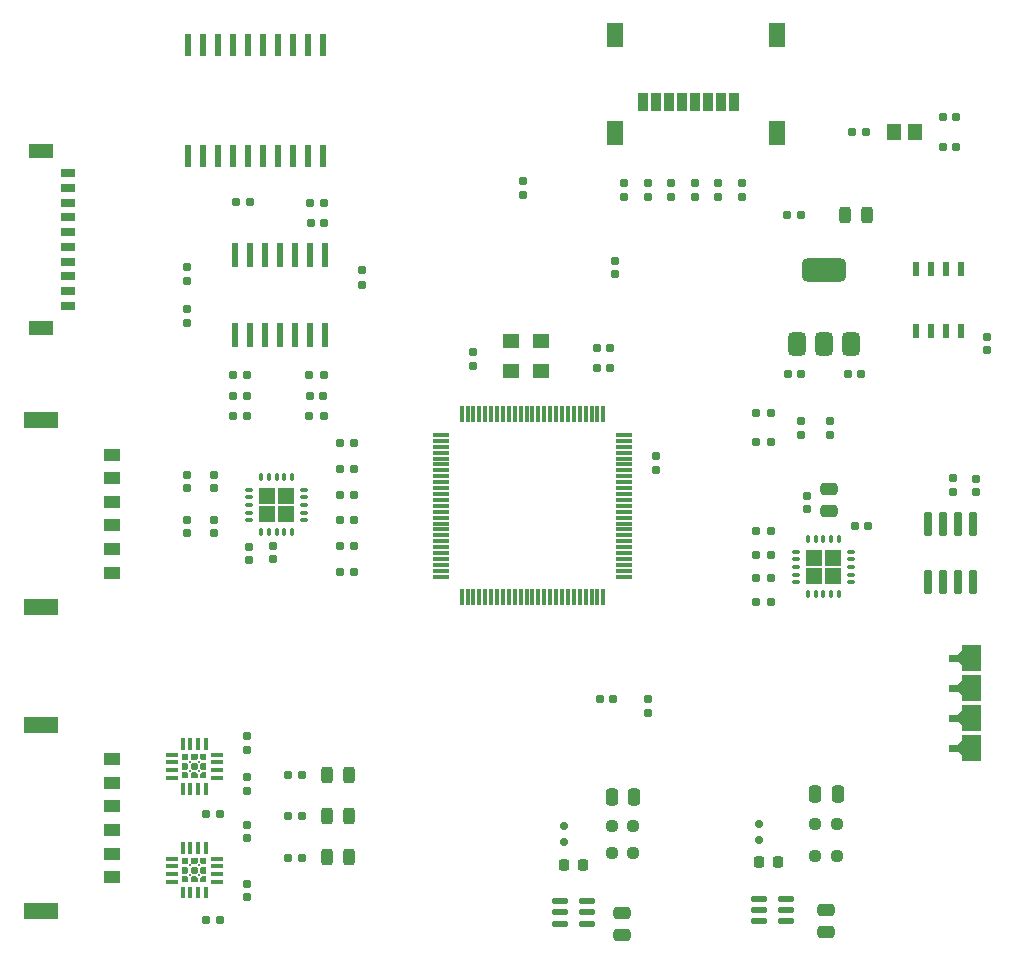
<source format=gbr>
%TF.GenerationSoftware,KiCad,Pcbnew,8.0.7*%
%TF.CreationDate,2025-02-06T16:30:48-03:00*%
%TF.ProjectId,adcs_board,61646373-5f62-46f6-9172-642e6b696361,1.0*%
%TF.SameCoordinates,Original*%
%TF.FileFunction,Paste,Top*%
%TF.FilePolarity,Positive*%
%FSLAX46Y46*%
G04 Gerber Fmt 4.6, Leading zero omitted, Abs format (unit mm)*
G04 Created by KiCad (PCBNEW 8.0.7) date 2025-02-06 16:30:48*
%MOMM*%
%LPD*%
G01*
G04 APERTURE LIST*
G04 Aperture macros list*
%AMRoundRect*
0 Rectangle with rounded corners*
0 $1 Rounding radius*
0 $2 $3 $4 $5 $6 $7 $8 $9 X,Y pos of 4 corners*
0 Add a 4 corners polygon primitive as box body*
4,1,4,$2,$3,$4,$5,$6,$7,$8,$9,$2,$3,0*
0 Add four circle primitives for the rounded corners*
1,1,$1+$1,$2,$3*
1,1,$1+$1,$4,$5*
1,1,$1+$1,$6,$7*
1,1,$1+$1,$8,$9*
0 Add four rect primitives between the rounded corners*
20,1,$1+$1,$2,$3,$4,$5,0*
20,1,$1+$1,$4,$5,$6,$7,0*
20,1,$1+$1,$6,$7,$8,$9,0*
20,1,$1+$1,$8,$9,$2,$3,0*%
G04 Aperture macros list end*
%ADD10C,0.000000*%
%ADD11C,0.010000*%
%ADD12RoundRect,0.160000X0.197500X0.160000X-0.197500X0.160000X-0.197500X-0.160000X0.197500X-0.160000X0*%
%ADD13RoundRect,0.155000X0.155000X-0.212500X0.155000X0.212500X-0.155000X0.212500X-0.155000X-0.212500X0*%
%ADD14RoundRect,0.155000X-0.212500X-0.155000X0.212500X-0.155000X0.212500X0.155000X-0.212500X0.155000X0*%
%ADD15RoundRect,0.243750X0.243750X0.456250X-0.243750X0.456250X-0.243750X-0.456250X0.243750X-0.456250X0*%
%ADD16RoundRect,0.160000X-0.160000X0.197500X-0.160000X-0.197500X0.160000X-0.197500X0.160000X0.197500X0*%
%ADD17RoundRect,0.155000X0.212500X0.155000X-0.212500X0.155000X-0.212500X-0.155000X0.212500X-0.155000X0*%
%ADD18RoundRect,0.160000X-0.197500X-0.160000X0.197500X-0.160000X0.197500X0.160000X-0.197500X0.160000X0*%
%ADD19RoundRect,0.160000X0.160000X-0.197500X0.160000X0.197500X-0.160000X0.197500X-0.160000X-0.197500X0*%
%ADD20RoundRect,0.155000X-0.155000X0.212500X-0.155000X-0.212500X0.155000X-0.212500X0.155000X0.212500X0*%
%ADD21RoundRect,0.250000X-0.475000X0.250000X-0.475000X-0.250000X0.475000X-0.250000X0.475000X0.250000X0*%
%ADD22RoundRect,0.250000X-0.250000X-0.475000X0.250000X-0.475000X0.250000X0.475000X-0.250000X0.475000X0*%
%ADD23R,0.508000X1.257300*%
%ADD24R,0.812800X1.498600*%
%ADD25R,1.447800X2.006600*%
%ADD26O,0.750001X0.299999*%
%ADD27O,0.299999X0.750001*%
%ADD28RoundRect,0.147500X-0.537500X-0.147500X0.537500X-0.147500X0.537500X0.147500X-0.537500X0.147500X0*%
%ADD29RoundRect,0.218750X0.218750X0.256250X-0.218750X0.256250X-0.218750X-0.256250X0.218750X-0.256250X0*%
%ADD30R,0.533400X1.930400*%
%ADD31RoundRect,0.375000X0.375000X-0.625000X0.375000X0.625000X-0.375000X0.625000X-0.375000X-0.625000X0*%
%ADD32RoundRect,0.500000X1.400000X-0.500000X1.400000X0.500000X-1.400000X0.500000X-1.400000X-0.500000X0*%
%ADD33R,1.168400X1.447800*%
%ADD34R,1.450000X1.100000*%
%ADD35R,2.900000X1.350000*%
%ADD36RoundRect,0.075000X0.225000X-0.910000X0.225000X0.910000X-0.225000X0.910000X-0.225000X-0.910000X0*%
%ADD37RoundRect,0.250000X0.475000X-0.250000X0.475000X0.250000X-0.475000X0.250000X-0.475000X-0.250000X0*%
%ADD38RoundRect,0.150000X0.200000X-0.150000X0.200000X0.150000X-0.200000X0.150000X-0.200000X-0.150000X0*%
%ADD39R,0.558800X2.159000*%
%ADD40RoundRect,0.237500X-0.250000X-0.237500X0.250000X-0.237500X0.250000X0.237500X-0.250000X0.237500X0*%
%ADD41RoundRect,0.243750X-0.243750X-0.456250X0.243750X-0.456250X0.243750X0.456250X-0.243750X0.456250X0*%
%ADD42RoundRect,0.237500X0.250000X0.237500X-0.250000X0.237500X-0.250000X-0.237500X0.250000X-0.237500X0*%
%ADD43R,0.300000X1.475000*%
%ADD44R,1.475000X0.300000*%
%ADD45R,1.447800X1.244600*%
%ADD46C,0.300000*%
%ADD47R,1.200000X0.800000*%
%ADD48R,2.150000X1.300000*%
G04 APERTURE END LIST*
D10*
%TO.C,U23*%
G36*
X158074999Y-98000003D02*
G01*
X156706998Y-98000003D01*
X156706998Y-96632002D01*
X158074999Y-96632002D01*
X158074999Y-98000003D01*
G37*
G36*
X158074999Y-99568001D02*
G01*
X156706998Y-99568001D01*
X156706998Y-98200000D01*
X158074999Y-98200000D01*
X158074999Y-99568001D01*
G37*
G36*
X159642997Y-98000003D02*
G01*
X158274996Y-98000003D01*
X158274996Y-96632002D01*
X159642997Y-96632002D01*
X159642997Y-98000003D01*
G37*
G36*
X159642997Y-99568001D02*
G01*
X158274996Y-99568001D01*
X158274996Y-98200000D01*
X159642997Y-98200000D01*
X159642997Y-99568001D01*
G37*
D11*
%TO.C,J8*%
X171427500Y-106872500D02*
X169887500Y-106872500D01*
X169887500Y-106412500D01*
X169572500Y-106047500D01*
X168812500Y-106047500D01*
X168812500Y-105537500D01*
X169572500Y-105537500D01*
X169887500Y-105172500D01*
X169887500Y-104712500D01*
X171427500Y-104712500D01*
X171427500Y-106872500D01*
G36*
X171427500Y-106872500D02*
G01*
X169887500Y-106872500D01*
X169887500Y-106412500D01*
X169572500Y-106047500D01*
X168812500Y-106047500D01*
X168812500Y-105537500D01*
X169572500Y-105537500D01*
X169887500Y-105172500D01*
X169887500Y-104712500D01*
X171427500Y-104712500D01*
X171427500Y-106872500D01*
G37*
X171427500Y-109412500D02*
X169887500Y-109412500D01*
X169887500Y-108952500D01*
X169572500Y-108587500D01*
X168812500Y-108587500D01*
X168812500Y-108077500D01*
X169572500Y-108077500D01*
X169887500Y-107712500D01*
X169887500Y-107252500D01*
X171427500Y-107252500D01*
X171427500Y-109412500D01*
G36*
X171427500Y-109412500D02*
G01*
X169887500Y-109412500D01*
X169887500Y-108952500D01*
X169572500Y-108587500D01*
X168812500Y-108587500D01*
X168812500Y-108077500D01*
X169572500Y-108077500D01*
X169887500Y-107712500D01*
X169887500Y-107252500D01*
X171427500Y-107252500D01*
X171427500Y-109412500D01*
G37*
X171427500Y-111952500D02*
X169887500Y-111952500D01*
X169887500Y-111492500D01*
X169572500Y-111127500D01*
X168812500Y-111127500D01*
X168812500Y-110617500D01*
X169572500Y-110617500D01*
X169887500Y-110252500D01*
X169887500Y-109792500D01*
X171427500Y-109792500D01*
X171427500Y-111952500D01*
G36*
X171427500Y-111952500D02*
G01*
X169887500Y-111952500D01*
X169887500Y-111492500D01*
X169572500Y-111127500D01*
X168812500Y-111127500D01*
X168812500Y-110617500D01*
X169572500Y-110617500D01*
X169887500Y-110252500D01*
X169887500Y-109792500D01*
X171427500Y-109792500D01*
X171427500Y-111952500D01*
G37*
X171427500Y-114492500D02*
X169887500Y-114492500D01*
X169887500Y-114032500D01*
X169572500Y-113667500D01*
X168812500Y-113667500D01*
X168812500Y-113157500D01*
X169572500Y-113157500D01*
X169887500Y-112792500D01*
X169887500Y-112332500D01*
X171427500Y-112332500D01*
X171427500Y-114492500D01*
G36*
X171427500Y-114492500D02*
G01*
X169887500Y-114492500D01*
X169887500Y-114032500D01*
X169572500Y-113667500D01*
X168812500Y-113667500D01*
X168812500Y-113157500D01*
X169572500Y-113157500D01*
X169887500Y-112792500D01*
X169887500Y-112332500D01*
X171427500Y-112332500D01*
X171427500Y-114492500D01*
G37*
D10*
%TO.C,U28*%
G36*
X111775004Y-92750001D02*
G01*
X110407003Y-92750001D01*
X110407003Y-91382000D01*
X111775004Y-91382000D01*
X111775004Y-92750001D01*
G37*
G36*
X111775004Y-94317999D02*
G01*
X110407003Y-94317999D01*
X110407003Y-92949998D01*
X111775004Y-92949998D01*
X111775004Y-94317999D01*
G37*
G36*
X113343002Y-92750001D02*
G01*
X111975001Y-92750001D01*
X111975001Y-91382000D01*
X113343002Y-91382000D01*
X113343002Y-92750001D01*
G37*
G36*
X113343002Y-94317999D02*
G01*
X111975001Y-94317999D01*
X111975001Y-92949998D01*
X113343002Y-92949998D01*
X113343002Y-94317999D01*
G37*
%TO.C,U31*%
G36*
X103492811Y-122974111D02*
G01*
X102494589Y-122974111D01*
X102494589Y-122625890D01*
X103492811Y-122625890D01*
X103492811Y-122974111D01*
G37*
G36*
X103492811Y-123624112D02*
G01*
X102494589Y-123624112D01*
X102494589Y-123275891D01*
X103492811Y-123275891D01*
X103492811Y-123624112D01*
G37*
G36*
X103492811Y-124274111D02*
G01*
X102494589Y-124274111D01*
X102494589Y-123925890D01*
X103492811Y-123925890D01*
X103492811Y-124274111D01*
G37*
G36*
X103492811Y-124924112D02*
G01*
X102494589Y-124924112D01*
X102494589Y-124575891D01*
X103492811Y-124575891D01*
X103492811Y-124924112D01*
G37*
G36*
X104092810Y-122374112D02*
G01*
X103744589Y-122374112D01*
X103744589Y-121375890D01*
X104092810Y-121375890D01*
X104092810Y-122374112D01*
G37*
G36*
X104092810Y-126174112D02*
G01*
X103744589Y-126174112D01*
X103744589Y-125175890D01*
X104092810Y-125175890D01*
X104092810Y-126174112D01*
G37*
G36*
X104742811Y-122374112D02*
G01*
X104394590Y-122374112D01*
X104394590Y-121375890D01*
X104742811Y-121375890D01*
X104742811Y-122374112D01*
G37*
G36*
X104742811Y-126174112D02*
G01*
X104394590Y-126174112D01*
X104394590Y-125175890D01*
X104742811Y-125175890D01*
X104742811Y-126174112D01*
G37*
G36*
X105392810Y-122374112D02*
G01*
X105044589Y-122374112D01*
X105044589Y-121375890D01*
X105392810Y-121375890D01*
X105392810Y-122374112D01*
G37*
G36*
X105392810Y-126174112D02*
G01*
X105044589Y-126174112D01*
X105044589Y-125175890D01*
X105392810Y-125175890D01*
X105392810Y-126174112D01*
G37*
G36*
X106042811Y-122374112D02*
G01*
X105694590Y-122374112D01*
X105694590Y-121375890D01*
X106042811Y-121375890D01*
X106042811Y-122374112D01*
G37*
G36*
X106042811Y-126174112D02*
G01*
X105694590Y-126174112D01*
X105694590Y-125175890D01*
X106042811Y-125175890D01*
X106042811Y-126174112D01*
G37*
G36*
X107292811Y-122974111D02*
G01*
X106294589Y-122974111D01*
X106294589Y-122625890D01*
X107292811Y-122625890D01*
X107292811Y-122974111D01*
G37*
G36*
X107292811Y-123624112D02*
G01*
X106294589Y-123624112D01*
X106294589Y-123275891D01*
X107292811Y-123275891D01*
X107292811Y-123624112D01*
G37*
G36*
X107292811Y-124274111D02*
G01*
X106294589Y-124274111D01*
X106294589Y-123925890D01*
X107292811Y-123925890D01*
X107292811Y-124274111D01*
G37*
G36*
X107292811Y-124924112D02*
G01*
X106294589Y-124924112D01*
X106294589Y-124575891D01*
X107292811Y-124575891D01*
X107292811Y-124924112D01*
G37*
G36*
X104400000Y-123139880D02*
G01*
X104258579Y-123281301D01*
X103868630Y-123281301D01*
X103868630Y-122749931D01*
X104400000Y-122749931D01*
X104400000Y-123139880D01*
G37*
G36*
X104400000Y-124410122D02*
G01*
X104400000Y-124800071D01*
X103868630Y-124800071D01*
X103868630Y-124268701D01*
X104258579Y-124268701D01*
X104400000Y-124410122D01*
G37*
G36*
X105918770Y-123281301D02*
G01*
X105528821Y-123281301D01*
X105387400Y-123139880D01*
X105387400Y-122749931D01*
X105918770Y-122749931D01*
X105918770Y-123281301D01*
G37*
G36*
X105918770Y-124800071D02*
G01*
X105387400Y-124800071D01*
X105387400Y-124410122D01*
X105528821Y-124268701D01*
X105918770Y-124268701D01*
X105918770Y-124800071D01*
G37*
G36*
X104400000Y-123622722D02*
G01*
X104400000Y-123927280D01*
X104258579Y-124068701D01*
X103868630Y-124068701D01*
X103868630Y-123481301D01*
X104258579Y-123481301D01*
X104400000Y-123622722D01*
G37*
G36*
X105187400Y-123139880D02*
G01*
X105045979Y-123281301D01*
X104741421Y-123281301D01*
X104600000Y-123139880D01*
X104600000Y-122749931D01*
X105187400Y-122749931D01*
X105187400Y-123139880D01*
G37*
G36*
X105187400Y-124410122D02*
G01*
X105187400Y-124800071D01*
X104600000Y-124800071D01*
X104600000Y-124410122D01*
X104741421Y-124268701D01*
X105045979Y-124268701D01*
X105187400Y-124410122D01*
G37*
G36*
X105918770Y-124068701D02*
G01*
X105528821Y-124068701D01*
X105387400Y-123927280D01*
X105387400Y-123622722D01*
X105528821Y-123481301D01*
X105918770Y-123481301D01*
X105918770Y-124068701D01*
G37*
G36*
X105187400Y-123622722D02*
G01*
X105187400Y-123927280D01*
X105045979Y-124068701D01*
X104741421Y-124068701D01*
X104600000Y-123927280D01*
X104600000Y-123622722D01*
X104741421Y-123481301D01*
X105045979Y-123481301D01*
X105187400Y-123622722D01*
G37*
%TO.C,U30*%
G36*
X103492811Y-114174109D02*
G01*
X102494589Y-114174109D01*
X102494589Y-113825888D01*
X103492811Y-113825888D01*
X103492811Y-114174109D01*
G37*
G36*
X103492811Y-114824110D02*
G01*
X102494589Y-114824110D01*
X102494589Y-114475889D01*
X103492811Y-114475889D01*
X103492811Y-114824110D01*
G37*
G36*
X103492811Y-115474109D02*
G01*
X102494589Y-115474109D01*
X102494589Y-115125888D01*
X103492811Y-115125888D01*
X103492811Y-115474109D01*
G37*
G36*
X103492811Y-116124110D02*
G01*
X102494589Y-116124110D01*
X102494589Y-115775889D01*
X103492811Y-115775889D01*
X103492811Y-116124110D01*
G37*
G36*
X104092810Y-113574110D02*
G01*
X103744589Y-113574110D01*
X103744589Y-112575888D01*
X104092810Y-112575888D01*
X104092810Y-113574110D01*
G37*
G36*
X104092810Y-117374110D02*
G01*
X103744589Y-117374110D01*
X103744589Y-116375888D01*
X104092810Y-116375888D01*
X104092810Y-117374110D01*
G37*
G36*
X104742811Y-113574110D02*
G01*
X104394590Y-113574110D01*
X104394590Y-112575888D01*
X104742811Y-112575888D01*
X104742811Y-113574110D01*
G37*
G36*
X104742811Y-117374110D02*
G01*
X104394590Y-117374110D01*
X104394590Y-116375888D01*
X104742811Y-116375888D01*
X104742811Y-117374110D01*
G37*
G36*
X105392810Y-113574110D02*
G01*
X105044589Y-113574110D01*
X105044589Y-112575888D01*
X105392810Y-112575888D01*
X105392810Y-113574110D01*
G37*
G36*
X105392810Y-117374110D02*
G01*
X105044589Y-117374110D01*
X105044589Y-116375888D01*
X105392810Y-116375888D01*
X105392810Y-117374110D01*
G37*
G36*
X106042811Y-113574110D02*
G01*
X105694590Y-113574110D01*
X105694590Y-112575888D01*
X106042811Y-112575888D01*
X106042811Y-113574110D01*
G37*
G36*
X106042811Y-117374110D02*
G01*
X105694590Y-117374110D01*
X105694590Y-116375888D01*
X106042811Y-116375888D01*
X106042811Y-117374110D01*
G37*
G36*
X107292811Y-114174109D02*
G01*
X106294589Y-114174109D01*
X106294589Y-113825888D01*
X107292811Y-113825888D01*
X107292811Y-114174109D01*
G37*
G36*
X107292811Y-114824110D02*
G01*
X106294589Y-114824110D01*
X106294589Y-114475889D01*
X107292811Y-114475889D01*
X107292811Y-114824110D01*
G37*
G36*
X107292811Y-115474109D02*
G01*
X106294589Y-115474109D01*
X106294589Y-115125888D01*
X107292811Y-115125888D01*
X107292811Y-115474109D01*
G37*
G36*
X107292811Y-116124110D02*
G01*
X106294589Y-116124110D01*
X106294589Y-115775889D01*
X107292811Y-115775889D01*
X107292811Y-116124110D01*
G37*
G36*
X104400000Y-114339878D02*
G01*
X104258579Y-114481299D01*
X103868630Y-114481299D01*
X103868630Y-113949929D01*
X104400000Y-113949929D01*
X104400000Y-114339878D01*
G37*
G36*
X104400000Y-115610120D02*
G01*
X104400000Y-116000069D01*
X103868630Y-116000069D01*
X103868630Y-115468699D01*
X104258579Y-115468699D01*
X104400000Y-115610120D01*
G37*
G36*
X105918770Y-114481299D02*
G01*
X105528821Y-114481299D01*
X105387400Y-114339878D01*
X105387400Y-113949929D01*
X105918770Y-113949929D01*
X105918770Y-114481299D01*
G37*
G36*
X105918770Y-116000069D02*
G01*
X105387400Y-116000069D01*
X105387400Y-115610120D01*
X105528821Y-115468699D01*
X105918770Y-115468699D01*
X105918770Y-116000069D01*
G37*
G36*
X104400000Y-114822720D02*
G01*
X104400000Y-115127278D01*
X104258579Y-115268699D01*
X103868630Y-115268699D01*
X103868630Y-114681299D01*
X104258579Y-114681299D01*
X104400000Y-114822720D01*
G37*
G36*
X105187400Y-114339878D02*
G01*
X105045979Y-114481299D01*
X104741421Y-114481299D01*
X104600000Y-114339878D01*
X104600000Y-113949929D01*
X105187400Y-113949929D01*
X105187400Y-114339878D01*
G37*
G36*
X105187400Y-115610120D02*
G01*
X105187400Y-116000069D01*
X104600000Y-116000069D01*
X104600000Y-115610120D01*
X104741421Y-115468699D01*
X105045979Y-115468699D01*
X105187400Y-115610120D01*
G37*
G36*
X105918770Y-115268699D02*
G01*
X105528821Y-115268699D01*
X105387400Y-115127278D01*
X105387400Y-114822720D01*
X105528821Y-114681299D01*
X105918770Y-114681299D01*
X105918770Y-115268699D01*
G37*
G36*
X105187400Y-114822720D02*
G01*
X105187400Y-115127278D01*
X105045979Y-115268699D01*
X104741421Y-115268699D01*
X104600000Y-115127278D01*
X104600000Y-114822720D01*
X104741421Y-114681299D01*
X105045979Y-114681299D01*
X105187400Y-114822720D01*
G37*
%TD*%
D12*
%TO.C,R65*%
X153697500Y-101070000D03*
X152502500Y-101070000D03*
%TD*%
D13*
%TO.C,C65*%
X172050000Y-79767500D03*
X172050000Y-78632500D03*
%TD*%
D14*
%TO.C,C60*%
X139000000Y-81300000D03*
X140135000Y-81300000D03*
%TD*%
D15*
%TO.C,D10*%
X118037500Y-115700000D03*
X116162500Y-115700000D03*
%TD*%
D16*
%TO.C,R30*%
X143300000Y-65602501D03*
X143300000Y-66797501D03*
%TD*%
D12*
%TO.C,R68*%
X153697500Y-95100000D03*
X152502500Y-95100000D03*
%TD*%
D17*
%TO.C,C67*%
X161758700Y-61300000D03*
X160623700Y-61300000D03*
%TD*%
D13*
%TO.C,C79*%
X156800000Y-93235000D03*
X156800000Y-92100000D03*
%TD*%
D18*
%TO.C,R79*%
X108181666Y-81892183D03*
X109376666Y-81892183D03*
%TD*%
D19*
%TO.C,R74*%
X104281783Y-77454983D03*
X104281783Y-76259983D03*
%TD*%
D14*
%TO.C,C64*%
X168271200Y-60025000D03*
X169406200Y-60025000D03*
%TD*%
%TO.C,C62*%
X168271200Y-62575000D03*
X169406200Y-62575000D03*
%TD*%
D20*
%TO.C,C106*%
X109400000Y-119932500D03*
X109400000Y-121067500D03*
%TD*%
D21*
%TO.C,C6*%
X141150000Y-127380000D03*
X141150000Y-129280000D03*
%TD*%
D20*
%TO.C,C68*%
X143300000Y-109300000D03*
X143300000Y-110435000D03*
%TD*%
D22*
%TO.C,C9*%
X157470000Y-117360000D03*
X159370000Y-117360000D03*
%TD*%
D13*
%TO.C,C4*%
X128500000Y-81067500D03*
X128500000Y-79932500D03*
%TD*%
D17*
%TO.C,C88*%
X109346666Y-83627333D03*
X108211666Y-83627333D03*
%TD*%
D23*
%TO.C,U20*%
X169810000Y-72900000D03*
X168540000Y-72900000D03*
X167270000Y-72900000D03*
X166000000Y-72900000D03*
X166000000Y-78145100D03*
X167270000Y-78145100D03*
X168540000Y-78145100D03*
X169810000Y-78145100D03*
%TD*%
D24*
%TO.C,J1*%
X150590001Y-58762499D03*
X149490001Y-58762499D03*
X148390000Y-58762499D03*
X147290000Y-58762499D03*
X146190002Y-58762499D03*
X145090002Y-58762499D03*
X143990001Y-58762499D03*
X142890001Y-58762499D03*
D25*
X154260002Y-61362499D03*
X154260002Y-53062499D03*
X140510000Y-53062499D03*
X140510000Y-61362499D03*
%TD*%
D17*
%TO.C,C54*%
X161382500Y-81800000D03*
X160247500Y-81800000D03*
%TD*%
D26*
%TO.C,U23*%
X160499998Y-99400000D03*
X160499998Y-98750001D03*
X160499998Y-98100000D03*
X160499998Y-97450001D03*
X160499998Y-96800000D03*
D27*
X159474999Y-95775001D03*
X158825000Y-95775001D03*
X158174999Y-95775001D03*
X157525000Y-95775001D03*
X156874999Y-95775001D03*
D26*
X155850000Y-96800000D03*
X155850000Y-97450001D03*
X155850000Y-98100000D03*
X155850000Y-98750001D03*
X155850000Y-99400000D03*
D27*
X156874999Y-100424999D03*
X157525000Y-100424999D03*
X158174999Y-100424999D03*
X158825000Y-100424999D03*
X159474999Y-100424999D03*
%TD*%
D28*
%TO.C,U5*%
X135850000Y-126410000D03*
X135850000Y-127360000D03*
X135850000Y-128310000D03*
X138190000Y-128310000D03*
X138190000Y-127360000D03*
X138190000Y-126410000D03*
%TD*%
D20*
%TO.C,C100*%
X111575000Y-96307501D03*
X111575000Y-97442501D03*
%TD*%
D19*
%TO.C,R31*%
X141310000Y-66797501D03*
X141310000Y-65602501D03*
%TD*%
D29*
%TO.C,L2*%
X154297500Y-123060000D03*
X152722500Y-123060000D03*
%TD*%
D18*
%TO.C,R83*%
X117202500Y-87624000D03*
X118397500Y-87624000D03*
%TD*%
D13*
%TO.C,C83*%
X169100000Y-91735000D03*
X169100000Y-90600000D03*
%TD*%
D30*
%TO.C,U25*%
X115815000Y-53926400D03*
X114545000Y-53926400D03*
X113275000Y-53926400D03*
X112005000Y-53926400D03*
X110735000Y-53926400D03*
X109465000Y-53926400D03*
X108195000Y-53926400D03*
X106925000Y-53926400D03*
X105655000Y-53926400D03*
X104385000Y-53926400D03*
X104385000Y-63273600D03*
X105655000Y-63273600D03*
X106925000Y-63273600D03*
X108195000Y-63273600D03*
X109465000Y-63273600D03*
X110735000Y-63273600D03*
X112005000Y-63273600D03*
X113275000Y-63273600D03*
X114545000Y-63273600D03*
X115815000Y-63273600D03*
%TD*%
D31*
%TO.C,U18*%
X155900000Y-79250000D03*
X158200000Y-79250000D03*
D32*
X158200000Y-72950000D03*
D31*
X160500000Y-79250000D03*
%TD*%
D13*
%TO.C,C84*%
X104275001Y-91425002D03*
X104275001Y-90290002D03*
%TD*%
D12*
%TO.C,R89*%
X115911666Y-67262483D03*
X114716666Y-67262483D03*
%TD*%
D33*
%TO.C,FB2*%
X164147400Y-61300000D03*
X165900000Y-61300000D03*
%TD*%
D28*
%TO.C,U6*%
X152680000Y-126180000D03*
X152680000Y-127130000D03*
X152680000Y-128080000D03*
X155020000Y-128080000D03*
X155020000Y-127130000D03*
X155020000Y-126180000D03*
%TD*%
D16*
%TO.C,R26*%
X151260000Y-65602501D03*
X151260000Y-66797501D03*
%TD*%
D34*
%TO.C,J7*%
X97925000Y-114375000D03*
X97925000Y-116375000D03*
X97925000Y-118375000D03*
X97925000Y-120375000D03*
X97925000Y-122375000D03*
X97925000Y-124375000D03*
D35*
X91950000Y-111480000D03*
X91950000Y-127270000D03*
%TD*%
D26*
%TO.C,U28*%
X109550002Y-91550001D03*
X109550002Y-92200000D03*
X109550002Y-92850001D03*
X109550002Y-93500000D03*
X109550002Y-94150001D03*
D27*
X110575001Y-95175000D03*
X111225000Y-95175000D03*
X111875001Y-95175000D03*
X112525000Y-95175000D03*
X113175001Y-95175000D03*
D26*
X114200000Y-94150001D03*
X114200000Y-93500000D03*
X114200000Y-92850001D03*
X114200000Y-92200000D03*
X114200000Y-91550001D03*
D27*
X113175001Y-90525002D03*
X112525000Y-90525002D03*
X111875001Y-90525002D03*
X111225000Y-90525002D03*
X110575001Y-90525002D03*
%TD*%
D12*
%TO.C,R66*%
X153697500Y-99080000D03*
X152502500Y-99080000D03*
%TD*%
D36*
%TO.C,U24*%
X167060000Y-99407500D03*
X168330000Y-99407500D03*
X169600000Y-99407500D03*
X170870000Y-99407500D03*
X170870000Y-94467500D03*
X169600000Y-94467500D03*
X168330000Y-94467500D03*
X167060000Y-94467500D03*
%TD*%
D18*
%TO.C,R96*%
X112805000Y-115707107D03*
X114000000Y-115707107D03*
%TD*%
D34*
%TO.C,J5*%
X97925000Y-88589500D03*
X97925000Y-90589500D03*
X97925000Y-92589500D03*
X97925000Y-94589500D03*
X97925000Y-96589500D03*
X97925000Y-98589500D03*
D35*
X91950000Y-85694500D03*
X91950000Y-101484500D03*
%TD*%
D37*
%TO.C,C77*%
X158600000Y-93400000D03*
X158600000Y-91500000D03*
%TD*%
D18*
%TO.C,R24*%
X155105000Y-68300000D03*
X156300000Y-68300000D03*
%TD*%
D38*
%TO.C,D2*%
X136180000Y-120022500D03*
X136180000Y-121422500D03*
%TD*%
D18*
%TO.C,R73*%
X108181666Y-85362483D03*
X109376666Y-85362483D03*
%TD*%
D39*
%TO.C,U26*%
X108320000Y-78462483D03*
X109590000Y-78462483D03*
X110860000Y-78462483D03*
X112130000Y-78462483D03*
X113400000Y-78462483D03*
X114670000Y-78462483D03*
X115940000Y-78462483D03*
X115940000Y-71706083D03*
X114670000Y-71706083D03*
X113400000Y-71706083D03*
X112130000Y-71706083D03*
X110860000Y-71706083D03*
X109590000Y-71706083D03*
X108320000Y-71706083D03*
%TD*%
D16*
%TO.C,R29*%
X145290000Y-65602501D03*
X145290000Y-66797501D03*
%TD*%
D20*
%TO.C,C108*%
X109400000Y-115932500D03*
X109400000Y-117067500D03*
%TD*%
D21*
%TO.C,C8*%
X158420000Y-127120000D03*
X158420000Y-129020000D03*
%TD*%
D18*
%TO.C,R81*%
X117202500Y-98504000D03*
X118397500Y-98504000D03*
%TD*%
D40*
%TO.C,R5*%
X157457500Y-119880000D03*
X159282500Y-119880000D03*
%TD*%
D18*
%TO.C,R84*%
X117202500Y-89800000D03*
X118397500Y-89800000D03*
%TD*%
D22*
%TO.C,C7*%
X140230000Y-117600000D03*
X142130000Y-117600000D03*
%TD*%
D17*
%TO.C,C52*%
X156267500Y-81800000D03*
X155132500Y-81800000D03*
%TD*%
D16*
%TO.C,R87*%
X119100000Y-73002500D03*
X119100000Y-74197500D03*
%TD*%
D12*
%TO.C,R67*%
X153697500Y-97090000D03*
X152502500Y-97090000D03*
%TD*%
D18*
%TO.C,R82*%
X117202500Y-94152000D03*
X118397500Y-94152000D03*
%TD*%
D38*
%TO.C,D1*%
X152710000Y-119850000D03*
X152710000Y-121250000D03*
%TD*%
D16*
%TO.C,R28*%
X147280000Y-65602501D03*
X147280000Y-66797501D03*
%TD*%
D13*
%TO.C,C86*%
X106575001Y-91425002D03*
X106575001Y-90290002D03*
%TD*%
D17*
%TO.C,C103*%
X107067500Y-119000000D03*
X105932500Y-119000000D03*
%TD*%
D13*
%TO.C,C72*%
X156300000Y-86917500D03*
X156300000Y-85782500D03*
%TD*%
D29*
%TO.C,L1*%
X137780000Y-123320000D03*
X136205000Y-123320000D03*
%TD*%
D14*
%TO.C,C63*%
X139000000Y-79600000D03*
X140135000Y-79600000D03*
%TD*%
D41*
%TO.C,D6*%
X159977500Y-68300000D03*
X161852500Y-68300000D03*
%TD*%
D13*
%TO.C,C85*%
X106575001Y-95250001D03*
X106575001Y-94115001D03*
%TD*%
D18*
%TO.C,R75*%
X114649166Y-85362483D03*
X115844166Y-85362483D03*
%TD*%
D14*
%TO.C,C80*%
X160832500Y-94600000D03*
X161967500Y-94600000D03*
%TD*%
D17*
%TO.C,C69*%
X140389500Y-109325001D03*
X139254500Y-109325001D03*
%TD*%
D18*
%TO.C,R34*%
X152502500Y-87500000D03*
X153697500Y-87500000D03*
%TD*%
D16*
%TO.C,R1*%
X144000000Y-88734045D03*
X144000000Y-89929045D03*
%TD*%
D40*
%TO.C,R3*%
X140237500Y-120020000D03*
X142062500Y-120020000D03*
%TD*%
D15*
%TO.C,D9*%
X118037500Y-119200000D03*
X116162500Y-119200000D03*
%TD*%
D18*
%TO.C,R88*%
X108402500Y-67184283D03*
X109597500Y-67184283D03*
%TD*%
D16*
%TO.C,R76*%
X104281783Y-72686783D03*
X104281783Y-73881783D03*
%TD*%
D20*
%TO.C,C102*%
X109499999Y-96400000D03*
X109499999Y-97535000D03*
%TD*%
D42*
%TO.C,R4*%
X142072500Y-122290000D03*
X140247500Y-122290000D03*
%TD*%
D17*
%TO.C,C89*%
X115814166Y-83627333D03*
X114679166Y-83627333D03*
%TD*%
D18*
%TO.C,R80*%
X114649166Y-81892183D03*
X115844166Y-81892183D03*
%TD*%
D13*
%TO.C,C74*%
X158700000Y-86917500D03*
X158700000Y-85782500D03*
%TD*%
D17*
%TO.C,C104*%
X107067500Y-128000000D03*
X105932500Y-128000000D03*
%TD*%
D43*
%TO.C,IC1*%
X139535285Y-85191045D03*
X139035285Y-85191045D03*
X138535285Y-85191045D03*
X138035285Y-85191045D03*
X137535285Y-85191045D03*
X137035285Y-85191045D03*
X136535285Y-85191045D03*
X136035285Y-85191045D03*
X135535285Y-85191045D03*
X135035285Y-85191045D03*
X134535285Y-85191045D03*
X134035285Y-85191045D03*
X133535285Y-85191045D03*
X133035285Y-85191045D03*
X132535285Y-85191045D03*
X132035285Y-85191045D03*
X131535285Y-85191045D03*
X131035285Y-85191045D03*
X130535285Y-85191045D03*
X130035285Y-85191045D03*
X129535285Y-85191045D03*
X129035285Y-85191045D03*
X128535285Y-85191045D03*
X128035285Y-85191045D03*
X127535285Y-85191045D03*
D44*
X125797285Y-86929045D03*
X125797285Y-87429045D03*
X125797285Y-87929045D03*
X125797285Y-88429045D03*
X125797285Y-88929045D03*
X125797285Y-89429045D03*
X125797285Y-89929045D03*
X125797285Y-90429045D03*
X125797285Y-90929045D03*
X125797285Y-91429045D03*
X125797285Y-91929045D03*
X125797285Y-92429045D03*
X125797285Y-92929045D03*
X125797285Y-93429045D03*
X125797285Y-93929045D03*
X125797285Y-94429045D03*
X125797285Y-94929045D03*
X125797285Y-95429045D03*
X125797285Y-95929045D03*
X125797285Y-96429045D03*
X125797285Y-96929045D03*
X125797285Y-97429045D03*
X125797285Y-97929045D03*
X125797285Y-98429045D03*
X125797285Y-98929045D03*
D43*
X127535285Y-100667045D03*
X128035285Y-100667045D03*
X128535285Y-100667045D03*
X129035285Y-100667045D03*
X129535285Y-100667045D03*
X130035285Y-100667045D03*
X130535285Y-100667045D03*
X131035285Y-100667045D03*
X131535285Y-100667045D03*
X132035285Y-100667045D03*
X132535285Y-100667045D03*
X133035285Y-100667045D03*
X133535285Y-100667045D03*
X134035285Y-100667045D03*
X134535285Y-100667045D03*
X135035285Y-100667045D03*
X135535285Y-100667045D03*
X136035285Y-100667045D03*
X136535285Y-100667045D03*
X137035285Y-100667045D03*
X137535285Y-100667045D03*
X138035285Y-100667045D03*
X138535285Y-100667045D03*
X139035285Y-100667045D03*
X139535285Y-100667045D03*
D44*
X141273285Y-98929045D03*
X141273285Y-98429045D03*
X141273285Y-97929045D03*
X141273285Y-97429045D03*
X141273285Y-96929045D03*
X141273285Y-96429045D03*
X141273285Y-95929045D03*
X141273285Y-95429045D03*
X141273285Y-94929045D03*
X141273285Y-94429045D03*
X141273285Y-93929045D03*
X141273285Y-93429045D03*
X141273285Y-92929045D03*
X141273285Y-92429045D03*
X141273285Y-91929045D03*
X141273285Y-91429045D03*
X141273285Y-90929045D03*
X141273285Y-90429045D03*
X141273285Y-89929045D03*
X141273285Y-89429045D03*
X141273285Y-88929045D03*
X141273285Y-88429045D03*
X141273285Y-87929045D03*
X141273285Y-87429045D03*
X141273285Y-86929045D03*
%TD*%
D17*
%TO.C,C90*%
X115881666Y-68997633D03*
X114746666Y-68997633D03*
%TD*%
D20*
%TO.C,C107*%
X109400000Y-124932500D03*
X109400000Y-126067500D03*
%TD*%
D16*
%TO.C,R27*%
X149270000Y-65602501D03*
X149270000Y-66797501D03*
%TD*%
D42*
%TO.C,R6*%
X159292500Y-122600000D03*
X157467500Y-122600000D03*
%TD*%
D18*
%TO.C,R85*%
X117202500Y-91976000D03*
X118397500Y-91976000D03*
%TD*%
D13*
%TO.C,C87*%
X104275001Y-95250001D03*
X104275001Y-94115001D03*
%TD*%
D45*
%TO.C,XTAL1*%
X131717300Y-79000000D03*
X131717300Y-81489200D03*
X134282700Y-81489200D03*
X134282700Y-79000000D03*
%TD*%
D46*
%TO.C,U31*%
X104500000Y-123381301D03*
X104500000Y-124168701D03*
X105287400Y-123381301D03*
X105287400Y-124168701D03*
%TD*%
D15*
%TO.C,D8*%
X118037500Y-122700000D03*
X116162500Y-122700000D03*
%TD*%
D18*
%TO.C,R95*%
X112805000Y-119207107D03*
X114000000Y-119207107D03*
%TD*%
D47*
%TO.C,J6*%
X94250000Y-64750000D03*
X94250000Y-66000000D03*
X94250000Y-67250000D03*
X94250000Y-68500000D03*
X94250000Y-69750000D03*
X94250000Y-71000000D03*
X94250000Y-72250000D03*
X94250000Y-73500000D03*
X94250000Y-74750000D03*
X94250000Y-76000000D03*
D48*
X91955000Y-77900000D03*
X91955000Y-62850000D03*
%TD*%
D20*
%TO.C,C105*%
X109400000Y-112432500D03*
X109400000Y-113567500D03*
%TD*%
D18*
%TO.C,R94*%
X112805000Y-122707107D03*
X114000000Y-122707107D03*
%TD*%
D46*
%TO.C,U30*%
X104500000Y-114581299D03*
X104500000Y-115368699D03*
X105287400Y-114581299D03*
X105287400Y-115368699D03*
%TD*%
D13*
%TO.C,C61*%
X140520000Y-73322500D03*
X140520000Y-72187500D03*
%TD*%
D18*
%TO.C,R33*%
X152502500Y-85100000D03*
X153697500Y-85100000D03*
%TD*%
D13*
%TO.C,C82*%
X171107500Y-91760000D03*
X171107500Y-90625000D03*
%TD*%
D18*
%TO.C,R86*%
X117202500Y-96328000D03*
X118397500Y-96328000D03*
%TD*%
D19*
%TO.C,R2*%
X132700000Y-66597500D03*
X132700000Y-65402500D03*
%TD*%
M02*

</source>
